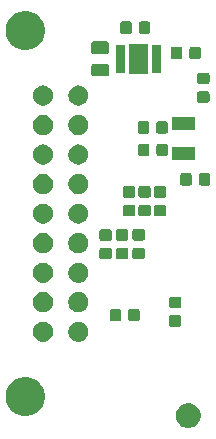
<source format=gbr>
G04 #@! TF.GenerationSoftware,KiCad,Pcbnew,(5.1.5)-3*
G04 #@! TF.CreationDate,2020-06-09T15:55:59-06:00*
G04 #@! TF.ProjectId,CruiseController,43727569-7365-4436-9f6e-74726f6c6c65,rev?*
G04 #@! TF.SameCoordinates,Original*
G04 #@! TF.FileFunction,Soldermask,Top*
G04 #@! TF.FilePolarity,Negative*
%FSLAX46Y46*%
G04 Gerber Fmt 4.6, Leading zero omitted, Abs format (unit mm)*
G04 Created by KiCad (PCBNEW (5.1.5)-3) date 2020-06-09 15:55:59*
%MOMM*%
%LPD*%
G04 APERTURE LIST*
%ADD10C,0.100000*%
G04 APERTURE END LIST*
D10*
G36*
X119984734Y-105065156D02*
G01*
X120106568Y-105089390D01*
X120236558Y-105143234D01*
X120297835Y-105168616D01*
X120297836Y-105168617D01*
X120467588Y-105282041D01*
X120469973Y-105283635D01*
X120616365Y-105430027D01*
X120731384Y-105602165D01*
X120756766Y-105663442D01*
X120810610Y-105793432D01*
X120851000Y-105996488D01*
X120851000Y-106203512D01*
X120810610Y-106406568D01*
X120756766Y-106536558D01*
X120731384Y-106597835D01*
X120616365Y-106769973D01*
X120469973Y-106916365D01*
X120297835Y-107031384D01*
X120236558Y-107056766D01*
X120106568Y-107110610D01*
X119984734Y-107134844D01*
X119903514Y-107151000D01*
X119696486Y-107151000D01*
X119615266Y-107134844D01*
X119493432Y-107110610D01*
X119363442Y-107056766D01*
X119302165Y-107031384D01*
X119130027Y-106916365D01*
X118983635Y-106769973D01*
X118868616Y-106597835D01*
X118843234Y-106536558D01*
X118789390Y-106406568D01*
X118749000Y-106203512D01*
X118749000Y-105996488D01*
X118789390Y-105793432D01*
X118843234Y-105663442D01*
X118868616Y-105602165D01*
X118983635Y-105430027D01*
X119130027Y-105283635D01*
X119132413Y-105282041D01*
X119302164Y-105168617D01*
X119302165Y-105168616D01*
X119363442Y-105143234D01*
X119493432Y-105089390D01*
X119615266Y-105065156D01*
X119696486Y-105049000D01*
X119903514Y-105049000D01*
X119984734Y-105065156D01*
G37*
G36*
X106481579Y-102912447D02*
G01*
X106782042Y-103036903D01*
X107052451Y-103217585D01*
X107282415Y-103447549D01*
X107463097Y-103717958D01*
X107587553Y-104018421D01*
X107651000Y-104337391D01*
X107651000Y-104662609D01*
X107587553Y-104981579D01*
X107463097Y-105282042D01*
X107282415Y-105552451D01*
X107052451Y-105782415D01*
X106782042Y-105963097D01*
X106481579Y-106087553D01*
X106162609Y-106151000D01*
X105837391Y-106151000D01*
X105518421Y-106087553D01*
X105217958Y-105963097D01*
X104947549Y-105782415D01*
X104717585Y-105552451D01*
X104536903Y-105282042D01*
X104412447Y-104981579D01*
X104349000Y-104662609D01*
X104349000Y-104337391D01*
X104412447Y-104018421D01*
X104536903Y-103717958D01*
X104717585Y-103447549D01*
X104947549Y-103217585D01*
X105217958Y-103036903D01*
X105518421Y-102912447D01*
X105837391Y-102849000D01*
X106162609Y-102849000D01*
X106481579Y-102912447D01*
G37*
G36*
X107649581Y-98162081D02*
G01*
X107748228Y-98181703D01*
X107903100Y-98245853D01*
X108042481Y-98338985D01*
X108161015Y-98457519D01*
X108254147Y-98596900D01*
X108318297Y-98751772D01*
X108351000Y-98916184D01*
X108351000Y-99083816D01*
X108318297Y-99248228D01*
X108254147Y-99403100D01*
X108161015Y-99542481D01*
X108042481Y-99661015D01*
X107903100Y-99754147D01*
X107748228Y-99818297D01*
X107649581Y-99837919D01*
X107583818Y-99851000D01*
X107416182Y-99851000D01*
X107350419Y-99837919D01*
X107251772Y-99818297D01*
X107096900Y-99754147D01*
X106957519Y-99661015D01*
X106838985Y-99542481D01*
X106745853Y-99403100D01*
X106681703Y-99248228D01*
X106649000Y-99083816D01*
X106649000Y-98916184D01*
X106681703Y-98751772D01*
X106745853Y-98596900D01*
X106838985Y-98457519D01*
X106957519Y-98338985D01*
X107096900Y-98245853D01*
X107251772Y-98181703D01*
X107350419Y-98162081D01*
X107416182Y-98149000D01*
X107583818Y-98149000D01*
X107649581Y-98162081D01*
G37*
G36*
X110649581Y-98162081D02*
G01*
X110748228Y-98181703D01*
X110903100Y-98245853D01*
X111042481Y-98338985D01*
X111161015Y-98457519D01*
X111254147Y-98596900D01*
X111318297Y-98751772D01*
X111351000Y-98916184D01*
X111351000Y-99083816D01*
X111318297Y-99248228D01*
X111254147Y-99403100D01*
X111161015Y-99542481D01*
X111042481Y-99661015D01*
X110903100Y-99754147D01*
X110748228Y-99818297D01*
X110649581Y-99837919D01*
X110583818Y-99851000D01*
X110416182Y-99851000D01*
X110350419Y-99837919D01*
X110251772Y-99818297D01*
X110096900Y-99754147D01*
X109957519Y-99661015D01*
X109838985Y-99542481D01*
X109745853Y-99403100D01*
X109681703Y-99248228D01*
X109649000Y-99083816D01*
X109649000Y-98916184D01*
X109681703Y-98751772D01*
X109745853Y-98596900D01*
X109838985Y-98457519D01*
X109957519Y-98338985D01*
X110096900Y-98245853D01*
X110251772Y-98181703D01*
X110350419Y-98162081D01*
X110416182Y-98149000D01*
X110583818Y-98149000D01*
X110649581Y-98162081D01*
G37*
G36*
X119069552Y-97603207D02*
G01*
X119105898Y-97614232D01*
X119139401Y-97632140D01*
X119168763Y-97656237D01*
X119192860Y-97685599D01*
X119210768Y-97719102D01*
X119221793Y-97755448D01*
X119226000Y-97798158D01*
X119226000Y-98376842D01*
X119221793Y-98419552D01*
X119210768Y-98455898D01*
X119192860Y-98489401D01*
X119168763Y-98518763D01*
X119139401Y-98542860D01*
X119105898Y-98560768D01*
X119069552Y-98571793D01*
X119026842Y-98576000D01*
X118373158Y-98576000D01*
X118330448Y-98571793D01*
X118294102Y-98560768D01*
X118260599Y-98542860D01*
X118231237Y-98518763D01*
X118207140Y-98489401D01*
X118189232Y-98455898D01*
X118178207Y-98419552D01*
X118174000Y-98376842D01*
X118174000Y-97798158D01*
X118178207Y-97755448D01*
X118189232Y-97719102D01*
X118207140Y-97685599D01*
X118231237Y-97656237D01*
X118260599Y-97632140D01*
X118294102Y-97614232D01*
X118330448Y-97603207D01*
X118373158Y-97599000D01*
X119026842Y-97599000D01*
X119069552Y-97603207D01*
G37*
G36*
X115532052Y-97078207D02*
G01*
X115568398Y-97089232D01*
X115601901Y-97107140D01*
X115631263Y-97131237D01*
X115655360Y-97160599D01*
X115673268Y-97194102D01*
X115684293Y-97230448D01*
X115688500Y-97273158D01*
X115688500Y-97926842D01*
X115684293Y-97969552D01*
X115673268Y-98005898D01*
X115655360Y-98039401D01*
X115631263Y-98068763D01*
X115601901Y-98092860D01*
X115568398Y-98110768D01*
X115532052Y-98121793D01*
X115489342Y-98126000D01*
X114910658Y-98126000D01*
X114867948Y-98121793D01*
X114831602Y-98110768D01*
X114798099Y-98092860D01*
X114768737Y-98068763D01*
X114744640Y-98039401D01*
X114726732Y-98005898D01*
X114715707Y-97969552D01*
X114711500Y-97926842D01*
X114711500Y-97273158D01*
X114715707Y-97230448D01*
X114726732Y-97194102D01*
X114744640Y-97160599D01*
X114768737Y-97131237D01*
X114798099Y-97107140D01*
X114831602Y-97089232D01*
X114867948Y-97078207D01*
X114910658Y-97074000D01*
X115489342Y-97074000D01*
X115532052Y-97078207D01*
G37*
G36*
X113957052Y-97078207D02*
G01*
X113993398Y-97089232D01*
X114026901Y-97107140D01*
X114056263Y-97131237D01*
X114080360Y-97160599D01*
X114098268Y-97194102D01*
X114109293Y-97230448D01*
X114113500Y-97273158D01*
X114113500Y-97926842D01*
X114109293Y-97969552D01*
X114098268Y-98005898D01*
X114080360Y-98039401D01*
X114056263Y-98068763D01*
X114026901Y-98092860D01*
X113993398Y-98110768D01*
X113957052Y-98121793D01*
X113914342Y-98126000D01*
X113335658Y-98126000D01*
X113292948Y-98121793D01*
X113256602Y-98110768D01*
X113223099Y-98092860D01*
X113193737Y-98068763D01*
X113169640Y-98039401D01*
X113151732Y-98005898D01*
X113140707Y-97969552D01*
X113136500Y-97926842D01*
X113136500Y-97273158D01*
X113140707Y-97230448D01*
X113151732Y-97194102D01*
X113169640Y-97160599D01*
X113193737Y-97131237D01*
X113223099Y-97107140D01*
X113256602Y-97089232D01*
X113292948Y-97078207D01*
X113335658Y-97074000D01*
X113914342Y-97074000D01*
X113957052Y-97078207D01*
G37*
G36*
X110649581Y-95662081D02*
G01*
X110748228Y-95681703D01*
X110903100Y-95745853D01*
X111042481Y-95838985D01*
X111161015Y-95957519D01*
X111254147Y-96096900D01*
X111318297Y-96251772D01*
X111351000Y-96416184D01*
X111351000Y-96583816D01*
X111318297Y-96748228D01*
X111254147Y-96903100D01*
X111161015Y-97042481D01*
X111042481Y-97161015D01*
X110903100Y-97254147D01*
X110748228Y-97318297D01*
X110649581Y-97337919D01*
X110583818Y-97351000D01*
X110416182Y-97351000D01*
X110350419Y-97337919D01*
X110251772Y-97318297D01*
X110096900Y-97254147D01*
X109957519Y-97161015D01*
X109838985Y-97042481D01*
X109745853Y-96903100D01*
X109681703Y-96748228D01*
X109649000Y-96583816D01*
X109649000Y-96416184D01*
X109681703Y-96251772D01*
X109745853Y-96096900D01*
X109838985Y-95957519D01*
X109957519Y-95838985D01*
X110096900Y-95745853D01*
X110251772Y-95681703D01*
X110350419Y-95662081D01*
X110416182Y-95649000D01*
X110583818Y-95649000D01*
X110649581Y-95662081D01*
G37*
G36*
X107649581Y-95662081D02*
G01*
X107748228Y-95681703D01*
X107903100Y-95745853D01*
X108042481Y-95838985D01*
X108161015Y-95957519D01*
X108254147Y-96096900D01*
X108318297Y-96251772D01*
X108351000Y-96416184D01*
X108351000Y-96583816D01*
X108318297Y-96748228D01*
X108254147Y-96903100D01*
X108161015Y-97042481D01*
X108042481Y-97161015D01*
X107903100Y-97254147D01*
X107748228Y-97318297D01*
X107649581Y-97337919D01*
X107583818Y-97351000D01*
X107416182Y-97351000D01*
X107350419Y-97337919D01*
X107251772Y-97318297D01*
X107096900Y-97254147D01*
X106957519Y-97161015D01*
X106838985Y-97042481D01*
X106745853Y-96903100D01*
X106681703Y-96748228D01*
X106649000Y-96583816D01*
X106649000Y-96416184D01*
X106681703Y-96251772D01*
X106745853Y-96096900D01*
X106838985Y-95957519D01*
X106957519Y-95838985D01*
X107096900Y-95745853D01*
X107251772Y-95681703D01*
X107350419Y-95662081D01*
X107416182Y-95649000D01*
X107583818Y-95649000D01*
X107649581Y-95662081D01*
G37*
G36*
X119069552Y-96028207D02*
G01*
X119105898Y-96039232D01*
X119139401Y-96057140D01*
X119168763Y-96081237D01*
X119192860Y-96110599D01*
X119210768Y-96144102D01*
X119221793Y-96180448D01*
X119226000Y-96223158D01*
X119226000Y-96801842D01*
X119221793Y-96844552D01*
X119210768Y-96880898D01*
X119192860Y-96914401D01*
X119168763Y-96943763D01*
X119139401Y-96967860D01*
X119105898Y-96985768D01*
X119069552Y-96996793D01*
X119026842Y-97001000D01*
X118373158Y-97001000D01*
X118330448Y-96996793D01*
X118294102Y-96985768D01*
X118260599Y-96967860D01*
X118231237Y-96943763D01*
X118207140Y-96914401D01*
X118189232Y-96880898D01*
X118178207Y-96844552D01*
X118174000Y-96801842D01*
X118174000Y-96223158D01*
X118178207Y-96180448D01*
X118189232Y-96144102D01*
X118207140Y-96110599D01*
X118231237Y-96081237D01*
X118260599Y-96057140D01*
X118294102Y-96039232D01*
X118330448Y-96028207D01*
X118373158Y-96024000D01*
X119026842Y-96024000D01*
X119069552Y-96028207D01*
G37*
G36*
X107649581Y-93162081D02*
G01*
X107748228Y-93181703D01*
X107903100Y-93245853D01*
X108042481Y-93338985D01*
X108161015Y-93457519D01*
X108254147Y-93596900D01*
X108318297Y-93751772D01*
X108351000Y-93916184D01*
X108351000Y-94083816D01*
X108318297Y-94248228D01*
X108254147Y-94403100D01*
X108161015Y-94542481D01*
X108042481Y-94661015D01*
X107903100Y-94754147D01*
X107748228Y-94818297D01*
X107649581Y-94837919D01*
X107583818Y-94851000D01*
X107416182Y-94851000D01*
X107350419Y-94837919D01*
X107251772Y-94818297D01*
X107096900Y-94754147D01*
X106957519Y-94661015D01*
X106838985Y-94542481D01*
X106745853Y-94403100D01*
X106681703Y-94248228D01*
X106649000Y-94083816D01*
X106649000Y-93916184D01*
X106681703Y-93751772D01*
X106745853Y-93596900D01*
X106838985Y-93457519D01*
X106957519Y-93338985D01*
X107096900Y-93245853D01*
X107251772Y-93181703D01*
X107350419Y-93162081D01*
X107416182Y-93149000D01*
X107583818Y-93149000D01*
X107649581Y-93162081D01*
G37*
G36*
X110649581Y-93162081D02*
G01*
X110748228Y-93181703D01*
X110903100Y-93245853D01*
X111042481Y-93338985D01*
X111161015Y-93457519D01*
X111254147Y-93596900D01*
X111318297Y-93751772D01*
X111351000Y-93916184D01*
X111351000Y-94083816D01*
X111318297Y-94248228D01*
X111254147Y-94403100D01*
X111161015Y-94542481D01*
X111042481Y-94661015D01*
X110903100Y-94754147D01*
X110748228Y-94818297D01*
X110649581Y-94837919D01*
X110583818Y-94851000D01*
X110416182Y-94851000D01*
X110350419Y-94837919D01*
X110251772Y-94818297D01*
X110096900Y-94754147D01*
X109957519Y-94661015D01*
X109838985Y-94542481D01*
X109745853Y-94403100D01*
X109681703Y-94248228D01*
X109649000Y-94083816D01*
X109649000Y-93916184D01*
X109681703Y-93751772D01*
X109745853Y-93596900D01*
X109838985Y-93457519D01*
X109957519Y-93338985D01*
X110096900Y-93245853D01*
X110251772Y-93181703D01*
X110350419Y-93162081D01*
X110416182Y-93149000D01*
X110583818Y-93149000D01*
X110649581Y-93162081D01*
G37*
G36*
X113169552Y-91903207D02*
G01*
X113205898Y-91914232D01*
X113239401Y-91932140D01*
X113268763Y-91956237D01*
X113292860Y-91985599D01*
X113310768Y-92019102D01*
X113321793Y-92055448D01*
X113326000Y-92098158D01*
X113326000Y-92676842D01*
X113321793Y-92719552D01*
X113310768Y-92755898D01*
X113292860Y-92789401D01*
X113268763Y-92818763D01*
X113239401Y-92842860D01*
X113205898Y-92860768D01*
X113169552Y-92871793D01*
X113126842Y-92876000D01*
X112473158Y-92876000D01*
X112430448Y-92871793D01*
X112394102Y-92860768D01*
X112360599Y-92842860D01*
X112331237Y-92818763D01*
X112307140Y-92789401D01*
X112289232Y-92755898D01*
X112278207Y-92719552D01*
X112274000Y-92676842D01*
X112274000Y-92098158D01*
X112278207Y-92055448D01*
X112289232Y-92019102D01*
X112307140Y-91985599D01*
X112331237Y-91956237D01*
X112360599Y-91932140D01*
X112394102Y-91914232D01*
X112430448Y-91903207D01*
X112473158Y-91899000D01*
X113126842Y-91899000D01*
X113169552Y-91903207D01*
G37*
G36*
X114569552Y-91890707D02*
G01*
X114605898Y-91901732D01*
X114639401Y-91919640D01*
X114668763Y-91943737D01*
X114692860Y-91973099D01*
X114710768Y-92006602D01*
X114721793Y-92042948D01*
X114726000Y-92085658D01*
X114726000Y-92664342D01*
X114721793Y-92707052D01*
X114710768Y-92743398D01*
X114692860Y-92776901D01*
X114668763Y-92806263D01*
X114639401Y-92830360D01*
X114605898Y-92848268D01*
X114569552Y-92859293D01*
X114526842Y-92863500D01*
X113873158Y-92863500D01*
X113830448Y-92859293D01*
X113794102Y-92848268D01*
X113760599Y-92830360D01*
X113731237Y-92806263D01*
X113707140Y-92776901D01*
X113689232Y-92743398D01*
X113678207Y-92707052D01*
X113674000Y-92664342D01*
X113674000Y-92085658D01*
X113678207Y-92042948D01*
X113689232Y-92006602D01*
X113707140Y-91973099D01*
X113731237Y-91943737D01*
X113760599Y-91919640D01*
X113794102Y-91901732D01*
X113830448Y-91890707D01*
X113873158Y-91886500D01*
X114526842Y-91886500D01*
X114569552Y-91890707D01*
G37*
G36*
X115969552Y-91890707D02*
G01*
X116005898Y-91901732D01*
X116039401Y-91919640D01*
X116068763Y-91943737D01*
X116092860Y-91973099D01*
X116110768Y-92006602D01*
X116121793Y-92042948D01*
X116126000Y-92085658D01*
X116126000Y-92664342D01*
X116121793Y-92707052D01*
X116110768Y-92743398D01*
X116092860Y-92776901D01*
X116068763Y-92806263D01*
X116039401Y-92830360D01*
X116005898Y-92848268D01*
X115969552Y-92859293D01*
X115926842Y-92863500D01*
X115273158Y-92863500D01*
X115230448Y-92859293D01*
X115194102Y-92848268D01*
X115160599Y-92830360D01*
X115131237Y-92806263D01*
X115107140Y-92776901D01*
X115089232Y-92743398D01*
X115078207Y-92707052D01*
X115074000Y-92664342D01*
X115074000Y-92085658D01*
X115078207Y-92042948D01*
X115089232Y-92006602D01*
X115107140Y-91973099D01*
X115131237Y-91943737D01*
X115160599Y-91919640D01*
X115194102Y-91901732D01*
X115230448Y-91890707D01*
X115273158Y-91886500D01*
X115926842Y-91886500D01*
X115969552Y-91890707D01*
G37*
G36*
X107649581Y-90662081D02*
G01*
X107748228Y-90681703D01*
X107903100Y-90745853D01*
X108042481Y-90838985D01*
X108161015Y-90957519D01*
X108254147Y-91096900D01*
X108318297Y-91251772D01*
X108351000Y-91416184D01*
X108351000Y-91583816D01*
X108318297Y-91748228D01*
X108254147Y-91903100D01*
X108161015Y-92042481D01*
X108042481Y-92161015D01*
X107903100Y-92254147D01*
X107748228Y-92318297D01*
X107649581Y-92337919D01*
X107583818Y-92351000D01*
X107416182Y-92351000D01*
X107350419Y-92337919D01*
X107251772Y-92318297D01*
X107096900Y-92254147D01*
X106957519Y-92161015D01*
X106838985Y-92042481D01*
X106745853Y-91903100D01*
X106681703Y-91748228D01*
X106649000Y-91583816D01*
X106649000Y-91416184D01*
X106681703Y-91251772D01*
X106745853Y-91096900D01*
X106838985Y-90957519D01*
X106957519Y-90838985D01*
X107096900Y-90745853D01*
X107251772Y-90681703D01*
X107350419Y-90662081D01*
X107416182Y-90649000D01*
X107583818Y-90649000D01*
X107649581Y-90662081D01*
G37*
G36*
X110649581Y-90662081D02*
G01*
X110748228Y-90681703D01*
X110903100Y-90745853D01*
X111042481Y-90838985D01*
X111161015Y-90957519D01*
X111254147Y-91096900D01*
X111318297Y-91251772D01*
X111351000Y-91416184D01*
X111351000Y-91583816D01*
X111318297Y-91748228D01*
X111254147Y-91903100D01*
X111161015Y-92042481D01*
X111042481Y-92161015D01*
X110903100Y-92254147D01*
X110748228Y-92318297D01*
X110649581Y-92337919D01*
X110583818Y-92351000D01*
X110416182Y-92351000D01*
X110350419Y-92337919D01*
X110251772Y-92318297D01*
X110096900Y-92254147D01*
X109957519Y-92161015D01*
X109838985Y-92042481D01*
X109745853Y-91903100D01*
X109681703Y-91748228D01*
X109649000Y-91583816D01*
X109649000Y-91416184D01*
X109681703Y-91251772D01*
X109745853Y-91096900D01*
X109838985Y-90957519D01*
X109957519Y-90838985D01*
X110096900Y-90745853D01*
X110251772Y-90681703D01*
X110350419Y-90662081D01*
X110416182Y-90649000D01*
X110583818Y-90649000D01*
X110649581Y-90662081D01*
G37*
G36*
X113169552Y-90328207D02*
G01*
X113205898Y-90339232D01*
X113239401Y-90357140D01*
X113268763Y-90381237D01*
X113292860Y-90410599D01*
X113310768Y-90444102D01*
X113321793Y-90480448D01*
X113326000Y-90523158D01*
X113326000Y-91101842D01*
X113321793Y-91144552D01*
X113310768Y-91180898D01*
X113292860Y-91214401D01*
X113268763Y-91243763D01*
X113239401Y-91267860D01*
X113205898Y-91285768D01*
X113169552Y-91296793D01*
X113126842Y-91301000D01*
X112473158Y-91301000D01*
X112430448Y-91296793D01*
X112394102Y-91285768D01*
X112360599Y-91267860D01*
X112331237Y-91243763D01*
X112307140Y-91214401D01*
X112289232Y-91180898D01*
X112278207Y-91144552D01*
X112274000Y-91101842D01*
X112274000Y-90523158D01*
X112278207Y-90480448D01*
X112289232Y-90444102D01*
X112307140Y-90410599D01*
X112331237Y-90381237D01*
X112360599Y-90357140D01*
X112394102Y-90339232D01*
X112430448Y-90328207D01*
X112473158Y-90324000D01*
X113126842Y-90324000D01*
X113169552Y-90328207D01*
G37*
G36*
X115969552Y-90315707D02*
G01*
X116005898Y-90326732D01*
X116039401Y-90344640D01*
X116068763Y-90368737D01*
X116092860Y-90398099D01*
X116110768Y-90431602D01*
X116121793Y-90467948D01*
X116126000Y-90510658D01*
X116126000Y-91089342D01*
X116121793Y-91132052D01*
X116110768Y-91168398D01*
X116092860Y-91201901D01*
X116068763Y-91231263D01*
X116039401Y-91255360D01*
X116005898Y-91273268D01*
X115969552Y-91284293D01*
X115926842Y-91288500D01*
X115273158Y-91288500D01*
X115230448Y-91284293D01*
X115194102Y-91273268D01*
X115160599Y-91255360D01*
X115131237Y-91231263D01*
X115107140Y-91201901D01*
X115089232Y-91168398D01*
X115078207Y-91132052D01*
X115074000Y-91089342D01*
X115074000Y-90510658D01*
X115078207Y-90467948D01*
X115089232Y-90431602D01*
X115107140Y-90398099D01*
X115131237Y-90368737D01*
X115160599Y-90344640D01*
X115194102Y-90326732D01*
X115230448Y-90315707D01*
X115273158Y-90311500D01*
X115926842Y-90311500D01*
X115969552Y-90315707D01*
G37*
G36*
X114569552Y-90315707D02*
G01*
X114605898Y-90326732D01*
X114639401Y-90344640D01*
X114668763Y-90368737D01*
X114692860Y-90398099D01*
X114710768Y-90431602D01*
X114721793Y-90467948D01*
X114726000Y-90510658D01*
X114726000Y-91089342D01*
X114721793Y-91132052D01*
X114710768Y-91168398D01*
X114692860Y-91201901D01*
X114668763Y-91231263D01*
X114639401Y-91255360D01*
X114605898Y-91273268D01*
X114569552Y-91284293D01*
X114526842Y-91288500D01*
X113873158Y-91288500D01*
X113830448Y-91284293D01*
X113794102Y-91273268D01*
X113760599Y-91255360D01*
X113731237Y-91231263D01*
X113707140Y-91201901D01*
X113689232Y-91168398D01*
X113678207Y-91132052D01*
X113674000Y-91089342D01*
X113674000Y-90510658D01*
X113678207Y-90467948D01*
X113689232Y-90431602D01*
X113707140Y-90398099D01*
X113731237Y-90368737D01*
X113760599Y-90344640D01*
X113794102Y-90326732D01*
X113830448Y-90315707D01*
X113873158Y-90311500D01*
X114526842Y-90311500D01*
X114569552Y-90315707D01*
G37*
G36*
X110649581Y-88162081D02*
G01*
X110748228Y-88181703D01*
X110903100Y-88245853D01*
X111042481Y-88338985D01*
X111161015Y-88457519D01*
X111254147Y-88596900D01*
X111318297Y-88751772D01*
X111337919Y-88850419D01*
X111351000Y-88916182D01*
X111351000Y-89083818D01*
X111341824Y-89129948D01*
X111318297Y-89248228D01*
X111254147Y-89403100D01*
X111161015Y-89542481D01*
X111042481Y-89661015D01*
X110903100Y-89754147D01*
X110748228Y-89818297D01*
X110649581Y-89837919D01*
X110583818Y-89851000D01*
X110416182Y-89851000D01*
X110350419Y-89837919D01*
X110251772Y-89818297D01*
X110096900Y-89754147D01*
X109957519Y-89661015D01*
X109838985Y-89542481D01*
X109745853Y-89403100D01*
X109681703Y-89248228D01*
X109658176Y-89129948D01*
X109649000Y-89083818D01*
X109649000Y-88916182D01*
X109662081Y-88850419D01*
X109681703Y-88751772D01*
X109745853Y-88596900D01*
X109838985Y-88457519D01*
X109957519Y-88338985D01*
X110096900Y-88245853D01*
X110251772Y-88181703D01*
X110350419Y-88162081D01*
X110416182Y-88149000D01*
X110583818Y-88149000D01*
X110649581Y-88162081D01*
G37*
G36*
X107649581Y-88162081D02*
G01*
X107748228Y-88181703D01*
X107903100Y-88245853D01*
X108042481Y-88338985D01*
X108161015Y-88457519D01*
X108254147Y-88596900D01*
X108318297Y-88751772D01*
X108337919Y-88850419D01*
X108351000Y-88916182D01*
X108351000Y-89083818D01*
X108341824Y-89129948D01*
X108318297Y-89248228D01*
X108254147Y-89403100D01*
X108161015Y-89542481D01*
X108042481Y-89661015D01*
X107903100Y-89754147D01*
X107748228Y-89818297D01*
X107649581Y-89837919D01*
X107583818Y-89851000D01*
X107416182Y-89851000D01*
X107350419Y-89837919D01*
X107251772Y-89818297D01*
X107096900Y-89754147D01*
X106957519Y-89661015D01*
X106838985Y-89542481D01*
X106745853Y-89403100D01*
X106681703Y-89248228D01*
X106658176Y-89129948D01*
X106649000Y-89083818D01*
X106649000Y-88916182D01*
X106662081Y-88850419D01*
X106681703Y-88751772D01*
X106745853Y-88596900D01*
X106838985Y-88457519D01*
X106957519Y-88338985D01*
X107096900Y-88245853D01*
X107251772Y-88181703D01*
X107350419Y-88162081D01*
X107416182Y-88149000D01*
X107583818Y-88149000D01*
X107649581Y-88162081D01*
G37*
G36*
X117769552Y-88265707D02*
G01*
X117805898Y-88276732D01*
X117839401Y-88294640D01*
X117868763Y-88318737D01*
X117892860Y-88348099D01*
X117910768Y-88381602D01*
X117921793Y-88417948D01*
X117926000Y-88460658D01*
X117926000Y-89039342D01*
X117921793Y-89082052D01*
X117910768Y-89118398D01*
X117892860Y-89151901D01*
X117868763Y-89181263D01*
X117839401Y-89205360D01*
X117805898Y-89223268D01*
X117769552Y-89234293D01*
X117726842Y-89238500D01*
X117073158Y-89238500D01*
X117030448Y-89234293D01*
X116994102Y-89223268D01*
X116960599Y-89205360D01*
X116931237Y-89181263D01*
X116907140Y-89151901D01*
X116889232Y-89118398D01*
X116878207Y-89082052D01*
X116874000Y-89039342D01*
X116874000Y-88460658D01*
X116878207Y-88417948D01*
X116889232Y-88381602D01*
X116907140Y-88348099D01*
X116931237Y-88318737D01*
X116960599Y-88294640D01*
X116994102Y-88276732D01*
X117030448Y-88265707D01*
X117073158Y-88261500D01*
X117726842Y-88261500D01*
X117769552Y-88265707D01*
G37*
G36*
X115169552Y-88253207D02*
G01*
X115205898Y-88264232D01*
X115239401Y-88282140D01*
X115268763Y-88306237D01*
X115292860Y-88335599D01*
X115310768Y-88369102D01*
X115321793Y-88405448D01*
X115326000Y-88448158D01*
X115326000Y-89026842D01*
X115321793Y-89069552D01*
X115310768Y-89105898D01*
X115292860Y-89139401D01*
X115268763Y-89168763D01*
X115239401Y-89192860D01*
X115205898Y-89210768D01*
X115169552Y-89221793D01*
X115126842Y-89226000D01*
X114473158Y-89226000D01*
X114430448Y-89221793D01*
X114394102Y-89210768D01*
X114360599Y-89192860D01*
X114331237Y-89168763D01*
X114307140Y-89139401D01*
X114289232Y-89105898D01*
X114278207Y-89069552D01*
X114274000Y-89026842D01*
X114274000Y-88448158D01*
X114278207Y-88405448D01*
X114289232Y-88369102D01*
X114307140Y-88335599D01*
X114331237Y-88306237D01*
X114360599Y-88282140D01*
X114394102Y-88264232D01*
X114430448Y-88253207D01*
X114473158Y-88249000D01*
X115126842Y-88249000D01*
X115169552Y-88253207D01*
G37*
G36*
X116469552Y-88253207D02*
G01*
X116505898Y-88264232D01*
X116539401Y-88282140D01*
X116568763Y-88306237D01*
X116592860Y-88335599D01*
X116610768Y-88369102D01*
X116621793Y-88405448D01*
X116626000Y-88448158D01*
X116626000Y-89026842D01*
X116621793Y-89069552D01*
X116610768Y-89105898D01*
X116592860Y-89139401D01*
X116568763Y-89168763D01*
X116539401Y-89192860D01*
X116505898Y-89210768D01*
X116469552Y-89221793D01*
X116426842Y-89226000D01*
X115773158Y-89226000D01*
X115730448Y-89221793D01*
X115694102Y-89210768D01*
X115660599Y-89192860D01*
X115631237Y-89168763D01*
X115607140Y-89139401D01*
X115589232Y-89105898D01*
X115578207Y-89069552D01*
X115574000Y-89026842D01*
X115574000Y-88448158D01*
X115578207Y-88405448D01*
X115589232Y-88369102D01*
X115607140Y-88335599D01*
X115631237Y-88306237D01*
X115660599Y-88282140D01*
X115694102Y-88264232D01*
X115730448Y-88253207D01*
X115773158Y-88249000D01*
X116426842Y-88249000D01*
X116469552Y-88253207D01*
G37*
G36*
X117769552Y-86690707D02*
G01*
X117805898Y-86701732D01*
X117839401Y-86719640D01*
X117868763Y-86743737D01*
X117892860Y-86773099D01*
X117910768Y-86806602D01*
X117921793Y-86842948D01*
X117926000Y-86885658D01*
X117926000Y-87464342D01*
X117921793Y-87507052D01*
X117910768Y-87543398D01*
X117892860Y-87576901D01*
X117868763Y-87606263D01*
X117839401Y-87630360D01*
X117805898Y-87648268D01*
X117769552Y-87659293D01*
X117726842Y-87663500D01*
X117073158Y-87663500D01*
X117030448Y-87659293D01*
X116994102Y-87648268D01*
X116960599Y-87630360D01*
X116931237Y-87606263D01*
X116907140Y-87576901D01*
X116889232Y-87543398D01*
X116878207Y-87507052D01*
X116874000Y-87464342D01*
X116874000Y-86885658D01*
X116878207Y-86842948D01*
X116889232Y-86806602D01*
X116907140Y-86773099D01*
X116931237Y-86743737D01*
X116960599Y-86719640D01*
X116994102Y-86701732D01*
X117030448Y-86690707D01*
X117073158Y-86686500D01*
X117726842Y-86686500D01*
X117769552Y-86690707D01*
G37*
G36*
X115169552Y-86678207D02*
G01*
X115205898Y-86689232D01*
X115239401Y-86707140D01*
X115268763Y-86731237D01*
X115292860Y-86760599D01*
X115310768Y-86794102D01*
X115321793Y-86830448D01*
X115326000Y-86873158D01*
X115326000Y-87451842D01*
X115321793Y-87494552D01*
X115310768Y-87530898D01*
X115292860Y-87564401D01*
X115268763Y-87593763D01*
X115239401Y-87617860D01*
X115205898Y-87635768D01*
X115169552Y-87646793D01*
X115126842Y-87651000D01*
X114473158Y-87651000D01*
X114430448Y-87646793D01*
X114394102Y-87635768D01*
X114360599Y-87617860D01*
X114331237Y-87593763D01*
X114307140Y-87564401D01*
X114289232Y-87530898D01*
X114278207Y-87494552D01*
X114274000Y-87451842D01*
X114274000Y-86873158D01*
X114278207Y-86830448D01*
X114289232Y-86794102D01*
X114307140Y-86760599D01*
X114331237Y-86731237D01*
X114360599Y-86707140D01*
X114394102Y-86689232D01*
X114430448Y-86678207D01*
X114473158Y-86674000D01*
X115126842Y-86674000D01*
X115169552Y-86678207D01*
G37*
G36*
X116469552Y-86678207D02*
G01*
X116505898Y-86689232D01*
X116539401Y-86707140D01*
X116568763Y-86731237D01*
X116592860Y-86760599D01*
X116610768Y-86794102D01*
X116621793Y-86830448D01*
X116626000Y-86873158D01*
X116626000Y-87451842D01*
X116621793Y-87494552D01*
X116610768Y-87530898D01*
X116592860Y-87564401D01*
X116568763Y-87593763D01*
X116539401Y-87617860D01*
X116505898Y-87635768D01*
X116469552Y-87646793D01*
X116426842Y-87651000D01*
X115773158Y-87651000D01*
X115730448Y-87646793D01*
X115694102Y-87635768D01*
X115660599Y-87617860D01*
X115631237Y-87593763D01*
X115607140Y-87564401D01*
X115589232Y-87530898D01*
X115578207Y-87494552D01*
X115574000Y-87451842D01*
X115574000Y-86873158D01*
X115578207Y-86830448D01*
X115589232Y-86794102D01*
X115607140Y-86760599D01*
X115631237Y-86731237D01*
X115660599Y-86707140D01*
X115694102Y-86689232D01*
X115730448Y-86678207D01*
X115773158Y-86674000D01*
X116426842Y-86674000D01*
X116469552Y-86678207D01*
G37*
G36*
X107642129Y-85660599D02*
G01*
X107748228Y-85681703D01*
X107903100Y-85745853D01*
X108042481Y-85838985D01*
X108161015Y-85957519D01*
X108254147Y-86096900D01*
X108318297Y-86251772D01*
X108337919Y-86350419D01*
X108351000Y-86416182D01*
X108351000Y-86583818D01*
X108345639Y-86610768D01*
X108318297Y-86748228D01*
X108254147Y-86903100D01*
X108161015Y-87042481D01*
X108042481Y-87161015D01*
X107903100Y-87254147D01*
X107748228Y-87318297D01*
X107649581Y-87337919D01*
X107583818Y-87351000D01*
X107416182Y-87351000D01*
X107350419Y-87337919D01*
X107251772Y-87318297D01*
X107096900Y-87254147D01*
X106957519Y-87161015D01*
X106838985Y-87042481D01*
X106745853Y-86903100D01*
X106681703Y-86748228D01*
X106654361Y-86610768D01*
X106649000Y-86583818D01*
X106649000Y-86416182D01*
X106662081Y-86350419D01*
X106681703Y-86251772D01*
X106745853Y-86096900D01*
X106838985Y-85957519D01*
X106957519Y-85838985D01*
X107096900Y-85745853D01*
X107251772Y-85681703D01*
X107357871Y-85660599D01*
X107416182Y-85649000D01*
X107583818Y-85649000D01*
X107642129Y-85660599D01*
G37*
G36*
X110642129Y-85660599D02*
G01*
X110748228Y-85681703D01*
X110903100Y-85745853D01*
X111042481Y-85838985D01*
X111161015Y-85957519D01*
X111254147Y-86096900D01*
X111318297Y-86251772D01*
X111337919Y-86350419D01*
X111351000Y-86416182D01*
X111351000Y-86583818D01*
X111345639Y-86610768D01*
X111318297Y-86748228D01*
X111254147Y-86903100D01*
X111161015Y-87042481D01*
X111042481Y-87161015D01*
X110903100Y-87254147D01*
X110748228Y-87318297D01*
X110649581Y-87337919D01*
X110583818Y-87351000D01*
X110416182Y-87351000D01*
X110350419Y-87337919D01*
X110251772Y-87318297D01*
X110096900Y-87254147D01*
X109957519Y-87161015D01*
X109838985Y-87042481D01*
X109745853Y-86903100D01*
X109681703Y-86748228D01*
X109654361Y-86610768D01*
X109649000Y-86583818D01*
X109649000Y-86416182D01*
X109662081Y-86350419D01*
X109681703Y-86251772D01*
X109745853Y-86096900D01*
X109838985Y-85957519D01*
X109957519Y-85838985D01*
X110096900Y-85745853D01*
X110251772Y-85681703D01*
X110357871Y-85660599D01*
X110416182Y-85649000D01*
X110583818Y-85649000D01*
X110642129Y-85660599D01*
G37*
G36*
X121519552Y-85578207D02*
G01*
X121555898Y-85589232D01*
X121589401Y-85607140D01*
X121618763Y-85631237D01*
X121642860Y-85660599D01*
X121660768Y-85694102D01*
X121671793Y-85730448D01*
X121676000Y-85773158D01*
X121676000Y-86426842D01*
X121671793Y-86469552D01*
X121660768Y-86505898D01*
X121642860Y-86539401D01*
X121618763Y-86568763D01*
X121589401Y-86592860D01*
X121555898Y-86610768D01*
X121519552Y-86621793D01*
X121476842Y-86626000D01*
X120898158Y-86626000D01*
X120855448Y-86621793D01*
X120819102Y-86610768D01*
X120785599Y-86592860D01*
X120756237Y-86568763D01*
X120732140Y-86539401D01*
X120714232Y-86505898D01*
X120703207Y-86469552D01*
X120699000Y-86426842D01*
X120699000Y-85773158D01*
X120703207Y-85730448D01*
X120714232Y-85694102D01*
X120732140Y-85660599D01*
X120756237Y-85631237D01*
X120785599Y-85607140D01*
X120819102Y-85589232D01*
X120855448Y-85578207D01*
X120898158Y-85574000D01*
X121476842Y-85574000D01*
X121519552Y-85578207D01*
G37*
G36*
X119944552Y-85578207D02*
G01*
X119980898Y-85589232D01*
X120014401Y-85607140D01*
X120043763Y-85631237D01*
X120067860Y-85660599D01*
X120085768Y-85694102D01*
X120096793Y-85730448D01*
X120101000Y-85773158D01*
X120101000Y-86426842D01*
X120096793Y-86469552D01*
X120085768Y-86505898D01*
X120067860Y-86539401D01*
X120043763Y-86568763D01*
X120014401Y-86592860D01*
X119980898Y-86610768D01*
X119944552Y-86621793D01*
X119901842Y-86626000D01*
X119323158Y-86626000D01*
X119280448Y-86621793D01*
X119244102Y-86610768D01*
X119210599Y-86592860D01*
X119181237Y-86568763D01*
X119157140Y-86539401D01*
X119139232Y-86505898D01*
X119128207Y-86469552D01*
X119124000Y-86426842D01*
X119124000Y-85773158D01*
X119128207Y-85730448D01*
X119139232Y-85694102D01*
X119157140Y-85660599D01*
X119181237Y-85631237D01*
X119210599Y-85607140D01*
X119244102Y-85589232D01*
X119280448Y-85578207D01*
X119323158Y-85574000D01*
X119901842Y-85574000D01*
X119944552Y-85578207D01*
G37*
G36*
X110642129Y-83160599D02*
G01*
X110748228Y-83181703D01*
X110903100Y-83245853D01*
X111042481Y-83338985D01*
X111161015Y-83457519D01*
X111254147Y-83596900D01*
X111318297Y-83751772D01*
X111337919Y-83850419D01*
X111351000Y-83916182D01*
X111351000Y-84083818D01*
X111345639Y-84110768D01*
X111318297Y-84248228D01*
X111254147Y-84403100D01*
X111161015Y-84542481D01*
X111042481Y-84661015D01*
X110903100Y-84754147D01*
X110748228Y-84818297D01*
X110649581Y-84837919D01*
X110583818Y-84851000D01*
X110416182Y-84851000D01*
X110350419Y-84837919D01*
X110251772Y-84818297D01*
X110096900Y-84754147D01*
X109957519Y-84661015D01*
X109838985Y-84542481D01*
X109745853Y-84403100D01*
X109681703Y-84248228D01*
X109654361Y-84110768D01*
X109649000Y-84083818D01*
X109649000Y-83916182D01*
X109662081Y-83850419D01*
X109681703Y-83751772D01*
X109745853Y-83596900D01*
X109838985Y-83457519D01*
X109957519Y-83338985D01*
X110096900Y-83245853D01*
X110251772Y-83181703D01*
X110357871Y-83160599D01*
X110416182Y-83149000D01*
X110583818Y-83149000D01*
X110642129Y-83160599D01*
G37*
G36*
X107642129Y-83160599D02*
G01*
X107748228Y-83181703D01*
X107903100Y-83245853D01*
X108042481Y-83338985D01*
X108161015Y-83457519D01*
X108254147Y-83596900D01*
X108318297Y-83751772D01*
X108337919Y-83850419D01*
X108351000Y-83916182D01*
X108351000Y-84083818D01*
X108345639Y-84110768D01*
X108318297Y-84248228D01*
X108254147Y-84403100D01*
X108161015Y-84542481D01*
X108042481Y-84661015D01*
X107903100Y-84754147D01*
X107748228Y-84818297D01*
X107649581Y-84837919D01*
X107583818Y-84851000D01*
X107416182Y-84851000D01*
X107350419Y-84837919D01*
X107251772Y-84818297D01*
X107096900Y-84754147D01*
X106957519Y-84661015D01*
X106838985Y-84542481D01*
X106745853Y-84403100D01*
X106681703Y-84248228D01*
X106654361Y-84110768D01*
X106649000Y-84083818D01*
X106649000Y-83916182D01*
X106662081Y-83850419D01*
X106681703Y-83751772D01*
X106745853Y-83596900D01*
X106838985Y-83457519D01*
X106957519Y-83338985D01*
X107096900Y-83245853D01*
X107251772Y-83181703D01*
X107357871Y-83160599D01*
X107416182Y-83149000D01*
X107583818Y-83149000D01*
X107642129Y-83160599D01*
G37*
G36*
X120351000Y-84451000D02*
G01*
X118449000Y-84451000D01*
X118449000Y-83349000D01*
X120351000Y-83349000D01*
X120351000Y-84451000D01*
G37*
G36*
X117932052Y-83078207D02*
G01*
X117968398Y-83089232D01*
X118001901Y-83107140D01*
X118031263Y-83131237D01*
X118055360Y-83160599D01*
X118073268Y-83194102D01*
X118084293Y-83230448D01*
X118088500Y-83273158D01*
X118088500Y-83926842D01*
X118084293Y-83969552D01*
X118073268Y-84005898D01*
X118055360Y-84039401D01*
X118031263Y-84068763D01*
X118001901Y-84092860D01*
X117968398Y-84110768D01*
X117932052Y-84121793D01*
X117889342Y-84126000D01*
X117310658Y-84126000D01*
X117267948Y-84121793D01*
X117231602Y-84110768D01*
X117198099Y-84092860D01*
X117168737Y-84068763D01*
X117144640Y-84039401D01*
X117126732Y-84005898D01*
X117115707Y-83969552D01*
X117111500Y-83926842D01*
X117111500Y-83273158D01*
X117115707Y-83230448D01*
X117126732Y-83194102D01*
X117144640Y-83160599D01*
X117168737Y-83131237D01*
X117198099Y-83107140D01*
X117231602Y-83089232D01*
X117267948Y-83078207D01*
X117310658Y-83074000D01*
X117889342Y-83074000D01*
X117932052Y-83078207D01*
G37*
G36*
X116357052Y-83078207D02*
G01*
X116393398Y-83089232D01*
X116426901Y-83107140D01*
X116456263Y-83131237D01*
X116480360Y-83160599D01*
X116498268Y-83194102D01*
X116509293Y-83230448D01*
X116513500Y-83273158D01*
X116513500Y-83926842D01*
X116509293Y-83969552D01*
X116498268Y-84005898D01*
X116480360Y-84039401D01*
X116456263Y-84068763D01*
X116426901Y-84092860D01*
X116393398Y-84110768D01*
X116357052Y-84121793D01*
X116314342Y-84126000D01*
X115735658Y-84126000D01*
X115692948Y-84121793D01*
X115656602Y-84110768D01*
X115623099Y-84092860D01*
X115593737Y-84068763D01*
X115569640Y-84039401D01*
X115551732Y-84005898D01*
X115540707Y-83969552D01*
X115536500Y-83926842D01*
X115536500Y-83273158D01*
X115540707Y-83230448D01*
X115551732Y-83194102D01*
X115569640Y-83160599D01*
X115593737Y-83131237D01*
X115623099Y-83107140D01*
X115656602Y-83089232D01*
X115692948Y-83078207D01*
X115735658Y-83074000D01*
X116314342Y-83074000D01*
X116357052Y-83078207D01*
G37*
G36*
X107649581Y-80662081D02*
G01*
X107748228Y-80681703D01*
X107903100Y-80745853D01*
X108042481Y-80838985D01*
X108161015Y-80957519D01*
X108254147Y-81096900D01*
X108318297Y-81251772D01*
X108351000Y-81416184D01*
X108351000Y-81583816D01*
X108318297Y-81748228D01*
X108254147Y-81903100D01*
X108161015Y-82042481D01*
X108042481Y-82161015D01*
X107903100Y-82254147D01*
X107748228Y-82318297D01*
X107649581Y-82337919D01*
X107583818Y-82351000D01*
X107416182Y-82351000D01*
X107350419Y-82337919D01*
X107251772Y-82318297D01*
X107096900Y-82254147D01*
X106957519Y-82161015D01*
X106838985Y-82042481D01*
X106745853Y-81903100D01*
X106681703Y-81748228D01*
X106649000Y-81583816D01*
X106649000Y-81416184D01*
X106681703Y-81251772D01*
X106745853Y-81096900D01*
X106838985Y-80957519D01*
X106957519Y-80838985D01*
X107096900Y-80745853D01*
X107251772Y-80681703D01*
X107350419Y-80662081D01*
X107416182Y-80649000D01*
X107583818Y-80649000D01*
X107649581Y-80662081D01*
G37*
G36*
X110649581Y-80662081D02*
G01*
X110748228Y-80681703D01*
X110903100Y-80745853D01*
X111042481Y-80838985D01*
X111161015Y-80957519D01*
X111254147Y-81096900D01*
X111318297Y-81251772D01*
X111351000Y-81416184D01*
X111351000Y-81583816D01*
X111318297Y-81748228D01*
X111254147Y-81903100D01*
X111161015Y-82042481D01*
X111042481Y-82161015D01*
X110903100Y-82254147D01*
X110748228Y-82318297D01*
X110649581Y-82337919D01*
X110583818Y-82351000D01*
X110416182Y-82351000D01*
X110350419Y-82337919D01*
X110251772Y-82318297D01*
X110096900Y-82254147D01*
X109957519Y-82161015D01*
X109838985Y-82042481D01*
X109745853Y-81903100D01*
X109681703Y-81748228D01*
X109649000Y-81583816D01*
X109649000Y-81416184D01*
X109681703Y-81251772D01*
X109745853Y-81096900D01*
X109838985Y-80957519D01*
X109957519Y-80838985D01*
X110096900Y-80745853D01*
X110251772Y-80681703D01*
X110350419Y-80662081D01*
X110416182Y-80649000D01*
X110583818Y-80649000D01*
X110649581Y-80662081D01*
G37*
G36*
X117907052Y-81178207D02*
G01*
X117943398Y-81189232D01*
X117976901Y-81207140D01*
X118006263Y-81231237D01*
X118030360Y-81260599D01*
X118048268Y-81294102D01*
X118059293Y-81330448D01*
X118063500Y-81373158D01*
X118063500Y-82026842D01*
X118059293Y-82069552D01*
X118048268Y-82105898D01*
X118030360Y-82139401D01*
X118006263Y-82168763D01*
X117976901Y-82192860D01*
X117943398Y-82210768D01*
X117907052Y-82221793D01*
X117864342Y-82226000D01*
X117285658Y-82226000D01*
X117242948Y-82221793D01*
X117206602Y-82210768D01*
X117173099Y-82192860D01*
X117143737Y-82168763D01*
X117119640Y-82139401D01*
X117101732Y-82105898D01*
X117090707Y-82069552D01*
X117086500Y-82026842D01*
X117086500Y-81373158D01*
X117090707Y-81330448D01*
X117101732Y-81294102D01*
X117119640Y-81260599D01*
X117143737Y-81231237D01*
X117173099Y-81207140D01*
X117206602Y-81189232D01*
X117242948Y-81178207D01*
X117285658Y-81174000D01*
X117864342Y-81174000D01*
X117907052Y-81178207D01*
G37*
G36*
X116332052Y-81178207D02*
G01*
X116368398Y-81189232D01*
X116401901Y-81207140D01*
X116431263Y-81231237D01*
X116455360Y-81260599D01*
X116473268Y-81294102D01*
X116484293Y-81330448D01*
X116488500Y-81373158D01*
X116488500Y-82026842D01*
X116484293Y-82069552D01*
X116473268Y-82105898D01*
X116455360Y-82139401D01*
X116431263Y-82168763D01*
X116401901Y-82192860D01*
X116368398Y-82210768D01*
X116332052Y-82221793D01*
X116289342Y-82226000D01*
X115710658Y-82226000D01*
X115667948Y-82221793D01*
X115631602Y-82210768D01*
X115598099Y-82192860D01*
X115568737Y-82168763D01*
X115544640Y-82139401D01*
X115526732Y-82105898D01*
X115515707Y-82069552D01*
X115511500Y-82026842D01*
X115511500Y-81373158D01*
X115515707Y-81330448D01*
X115526732Y-81294102D01*
X115544640Y-81260599D01*
X115568737Y-81231237D01*
X115598099Y-81207140D01*
X115631602Y-81189232D01*
X115667948Y-81178207D01*
X115710658Y-81174000D01*
X116289342Y-81174000D01*
X116332052Y-81178207D01*
G37*
G36*
X120351000Y-81951000D02*
G01*
X118449000Y-81951000D01*
X118449000Y-80849000D01*
X120351000Y-80849000D01*
X120351000Y-81951000D01*
G37*
G36*
X107649581Y-78162081D02*
G01*
X107748228Y-78181703D01*
X107903100Y-78245853D01*
X108042481Y-78338985D01*
X108161015Y-78457519D01*
X108254147Y-78596900D01*
X108318297Y-78751772D01*
X108351000Y-78916184D01*
X108351000Y-79083816D01*
X108318297Y-79248228D01*
X108254147Y-79403100D01*
X108161015Y-79542481D01*
X108042481Y-79661015D01*
X107903100Y-79754147D01*
X107748228Y-79818297D01*
X107649581Y-79837919D01*
X107583818Y-79851000D01*
X107416182Y-79851000D01*
X107350419Y-79837919D01*
X107251772Y-79818297D01*
X107096900Y-79754147D01*
X106957519Y-79661015D01*
X106838985Y-79542481D01*
X106745853Y-79403100D01*
X106681703Y-79248228D01*
X106649000Y-79083816D01*
X106649000Y-78916184D01*
X106681703Y-78751772D01*
X106745853Y-78596900D01*
X106838985Y-78457519D01*
X106957519Y-78338985D01*
X107096900Y-78245853D01*
X107251772Y-78181703D01*
X107350419Y-78162081D01*
X107416182Y-78149000D01*
X107583818Y-78149000D01*
X107649581Y-78162081D01*
G37*
G36*
X110649581Y-78162081D02*
G01*
X110748228Y-78181703D01*
X110903100Y-78245853D01*
X111042481Y-78338985D01*
X111161015Y-78457519D01*
X111254147Y-78596900D01*
X111318297Y-78751772D01*
X111351000Y-78916184D01*
X111351000Y-79083816D01*
X111318297Y-79248228D01*
X111254147Y-79403100D01*
X111161015Y-79542481D01*
X111042481Y-79661015D01*
X110903100Y-79754147D01*
X110748228Y-79818297D01*
X110649581Y-79837919D01*
X110583818Y-79851000D01*
X110416182Y-79851000D01*
X110350419Y-79837919D01*
X110251772Y-79818297D01*
X110096900Y-79754147D01*
X109957519Y-79661015D01*
X109838985Y-79542481D01*
X109745853Y-79403100D01*
X109681703Y-79248228D01*
X109649000Y-79083816D01*
X109649000Y-78916184D01*
X109681703Y-78751772D01*
X109745853Y-78596900D01*
X109838985Y-78457519D01*
X109957519Y-78338985D01*
X110096900Y-78245853D01*
X110251772Y-78181703D01*
X110350419Y-78162081D01*
X110416182Y-78149000D01*
X110583818Y-78149000D01*
X110649581Y-78162081D01*
G37*
G36*
X121444552Y-78640707D02*
G01*
X121480898Y-78651732D01*
X121514401Y-78669640D01*
X121543763Y-78693737D01*
X121567860Y-78723099D01*
X121585768Y-78756602D01*
X121596793Y-78792948D01*
X121601000Y-78835658D01*
X121601000Y-79414342D01*
X121596793Y-79457052D01*
X121585768Y-79493398D01*
X121567860Y-79526901D01*
X121543763Y-79556263D01*
X121514401Y-79580360D01*
X121480898Y-79598268D01*
X121444552Y-79609293D01*
X121401842Y-79613500D01*
X120748158Y-79613500D01*
X120705448Y-79609293D01*
X120669102Y-79598268D01*
X120635599Y-79580360D01*
X120606237Y-79556263D01*
X120582140Y-79526901D01*
X120564232Y-79493398D01*
X120553207Y-79457052D01*
X120549000Y-79414342D01*
X120549000Y-78835658D01*
X120553207Y-78792948D01*
X120564232Y-78756602D01*
X120582140Y-78723099D01*
X120606237Y-78693737D01*
X120635599Y-78669640D01*
X120669102Y-78651732D01*
X120705448Y-78640707D01*
X120748158Y-78636500D01*
X121401842Y-78636500D01*
X121444552Y-78640707D01*
G37*
G36*
X121444552Y-77065707D02*
G01*
X121480898Y-77076732D01*
X121514401Y-77094640D01*
X121543763Y-77118737D01*
X121567860Y-77148099D01*
X121585768Y-77181602D01*
X121596793Y-77217948D01*
X121601000Y-77260658D01*
X121601000Y-77839342D01*
X121596793Y-77882052D01*
X121585768Y-77918398D01*
X121567860Y-77951901D01*
X121543763Y-77981263D01*
X121514401Y-78005360D01*
X121480898Y-78023268D01*
X121444552Y-78034293D01*
X121401842Y-78038500D01*
X120748158Y-78038500D01*
X120705448Y-78034293D01*
X120669102Y-78023268D01*
X120635599Y-78005360D01*
X120606237Y-77981263D01*
X120582140Y-77951901D01*
X120564232Y-77918398D01*
X120553207Y-77882052D01*
X120549000Y-77839342D01*
X120549000Y-77260658D01*
X120553207Y-77217948D01*
X120564232Y-77181602D01*
X120582140Y-77148099D01*
X120606237Y-77118737D01*
X120635599Y-77094640D01*
X120669102Y-77076732D01*
X120705448Y-77065707D01*
X120748158Y-77061500D01*
X121401842Y-77061500D01*
X121444552Y-77065707D01*
G37*
G36*
X112924432Y-76303688D02*
G01*
X112965469Y-76316136D01*
X113003288Y-76336351D01*
X113036441Y-76363559D01*
X113063649Y-76396712D01*
X113083864Y-76434531D01*
X113096312Y-76475568D01*
X113101000Y-76523167D01*
X113101000Y-77151833D01*
X113096312Y-77199432D01*
X113083864Y-77240469D01*
X113063649Y-77278288D01*
X113036441Y-77311441D01*
X113003288Y-77338649D01*
X112965469Y-77358864D01*
X112924432Y-77371312D01*
X112876833Y-77376000D01*
X111823167Y-77376000D01*
X111775568Y-77371312D01*
X111734531Y-77358864D01*
X111696712Y-77338649D01*
X111663559Y-77311441D01*
X111636351Y-77278288D01*
X111616136Y-77240469D01*
X111603688Y-77199432D01*
X111599000Y-77151833D01*
X111599000Y-76523167D01*
X111603688Y-76475568D01*
X111616136Y-76434531D01*
X111636351Y-76396712D01*
X111663559Y-76363559D01*
X111696712Y-76336351D01*
X111734531Y-76316136D01*
X111775568Y-76303688D01*
X111823167Y-76299000D01*
X112876833Y-76299000D01*
X112924432Y-76303688D01*
G37*
G36*
X116426000Y-77151000D02*
G01*
X114774000Y-77151000D01*
X114774000Y-74649000D01*
X116426000Y-74649000D01*
X116426000Y-77151000D01*
G37*
G36*
X117526000Y-77101000D02*
G01*
X116774000Y-77101000D01*
X116774000Y-74699000D01*
X117526000Y-74699000D01*
X117526000Y-77101000D01*
G37*
G36*
X114426000Y-77101000D02*
G01*
X113674000Y-77101000D01*
X113674000Y-74699000D01*
X114426000Y-74699000D01*
X114426000Y-77101000D01*
G37*
G36*
X120719552Y-74878207D02*
G01*
X120755898Y-74889232D01*
X120789401Y-74907140D01*
X120818763Y-74931237D01*
X120842860Y-74960599D01*
X120860768Y-74994102D01*
X120871793Y-75030448D01*
X120876000Y-75073158D01*
X120876000Y-75726842D01*
X120871793Y-75769552D01*
X120860768Y-75805898D01*
X120842860Y-75839401D01*
X120818763Y-75868763D01*
X120789401Y-75892860D01*
X120755898Y-75910768D01*
X120719552Y-75921793D01*
X120676842Y-75926000D01*
X120098158Y-75926000D01*
X120055448Y-75921793D01*
X120019102Y-75910768D01*
X119985599Y-75892860D01*
X119956237Y-75868763D01*
X119932140Y-75839401D01*
X119914232Y-75805898D01*
X119903207Y-75769552D01*
X119899000Y-75726842D01*
X119899000Y-75073158D01*
X119903207Y-75030448D01*
X119914232Y-74994102D01*
X119932140Y-74960599D01*
X119956237Y-74931237D01*
X119985599Y-74907140D01*
X120019102Y-74889232D01*
X120055448Y-74878207D01*
X120098158Y-74874000D01*
X120676842Y-74874000D01*
X120719552Y-74878207D01*
G37*
G36*
X119144552Y-74878207D02*
G01*
X119180898Y-74889232D01*
X119214401Y-74907140D01*
X119243763Y-74931237D01*
X119267860Y-74960599D01*
X119285768Y-74994102D01*
X119296793Y-75030448D01*
X119301000Y-75073158D01*
X119301000Y-75726842D01*
X119296793Y-75769552D01*
X119285768Y-75805898D01*
X119267860Y-75839401D01*
X119243763Y-75868763D01*
X119214401Y-75892860D01*
X119180898Y-75910768D01*
X119144552Y-75921793D01*
X119101842Y-75926000D01*
X118523158Y-75926000D01*
X118480448Y-75921793D01*
X118444102Y-75910768D01*
X118410599Y-75892860D01*
X118381237Y-75868763D01*
X118357140Y-75839401D01*
X118339232Y-75805898D01*
X118328207Y-75769552D01*
X118324000Y-75726842D01*
X118324000Y-75073158D01*
X118328207Y-75030448D01*
X118339232Y-74994102D01*
X118357140Y-74960599D01*
X118381237Y-74931237D01*
X118410599Y-74907140D01*
X118444102Y-74889232D01*
X118480448Y-74878207D01*
X118523158Y-74874000D01*
X119101842Y-74874000D01*
X119144552Y-74878207D01*
G37*
G36*
X112924432Y-74428688D02*
G01*
X112965469Y-74441136D01*
X113003288Y-74461351D01*
X113036441Y-74488559D01*
X113063649Y-74521712D01*
X113083864Y-74559531D01*
X113096312Y-74600568D01*
X113101000Y-74648167D01*
X113101000Y-75276833D01*
X113096312Y-75324432D01*
X113083864Y-75365469D01*
X113063649Y-75403288D01*
X113036441Y-75436441D01*
X113003288Y-75463649D01*
X112965469Y-75483864D01*
X112924432Y-75496312D01*
X112876833Y-75501000D01*
X111823167Y-75501000D01*
X111775568Y-75496312D01*
X111734531Y-75483864D01*
X111696712Y-75463649D01*
X111663559Y-75436441D01*
X111636351Y-75403288D01*
X111616136Y-75365469D01*
X111603688Y-75324432D01*
X111599000Y-75276833D01*
X111599000Y-74648167D01*
X111603688Y-74600568D01*
X111616136Y-74559531D01*
X111636351Y-74521712D01*
X111663559Y-74488559D01*
X111696712Y-74461351D01*
X111734531Y-74441136D01*
X111775568Y-74428688D01*
X111823167Y-74424000D01*
X112876833Y-74424000D01*
X112924432Y-74428688D01*
G37*
G36*
X106481579Y-71912447D02*
G01*
X106782042Y-72036903D01*
X107052451Y-72217585D01*
X107282415Y-72447549D01*
X107463097Y-72717958D01*
X107587553Y-73018421D01*
X107651000Y-73337391D01*
X107651000Y-73662609D01*
X107587553Y-73981579D01*
X107463097Y-74282042D01*
X107282415Y-74552451D01*
X107052451Y-74782415D01*
X106782042Y-74963097D01*
X106481579Y-75087553D01*
X106162609Y-75151000D01*
X105837391Y-75151000D01*
X105518421Y-75087553D01*
X105217958Y-74963097D01*
X104947549Y-74782415D01*
X104717585Y-74552451D01*
X104536903Y-74282042D01*
X104412447Y-73981579D01*
X104349000Y-73662609D01*
X104349000Y-73337391D01*
X104412447Y-73018421D01*
X104536903Y-72717958D01*
X104717585Y-72447549D01*
X104947549Y-72217585D01*
X105217958Y-72036903D01*
X105518421Y-71912447D01*
X105837391Y-71849000D01*
X106162609Y-71849000D01*
X106481579Y-71912447D01*
G37*
G36*
X116432052Y-72728207D02*
G01*
X116468398Y-72739232D01*
X116501901Y-72757140D01*
X116531263Y-72781237D01*
X116555360Y-72810599D01*
X116573268Y-72844102D01*
X116584293Y-72880448D01*
X116588500Y-72923158D01*
X116588500Y-73576842D01*
X116584293Y-73619552D01*
X116573268Y-73655898D01*
X116555360Y-73689401D01*
X116531263Y-73718763D01*
X116501901Y-73742860D01*
X116468398Y-73760768D01*
X116432052Y-73771793D01*
X116389342Y-73776000D01*
X115810658Y-73776000D01*
X115767948Y-73771793D01*
X115731602Y-73760768D01*
X115698099Y-73742860D01*
X115668737Y-73718763D01*
X115644640Y-73689401D01*
X115626732Y-73655898D01*
X115615707Y-73619552D01*
X115611500Y-73576842D01*
X115611500Y-72923158D01*
X115615707Y-72880448D01*
X115626732Y-72844102D01*
X115644640Y-72810599D01*
X115668737Y-72781237D01*
X115698099Y-72757140D01*
X115731602Y-72739232D01*
X115767948Y-72728207D01*
X115810658Y-72724000D01*
X116389342Y-72724000D01*
X116432052Y-72728207D01*
G37*
G36*
X114857052Y-72728207D02*
G01*
X114893398Y-72739232D01*
X114926901Y-72757140D01*
X114956263Y-72781237D01*
X114980360Y-72810599D01*
X114998268Y-72844102D01*
X115009293Y-72880448D01*
X115013500Y-72923158D01*
X115013500Y-73576842D01*
X115009293Y-73619552D01*
X114998268Y-73655898D01*
X114980360Y-73689401D01*
X114956263Y-73718763D01*
X114926901Y-73742860D01*
X114893398Y-73760768D01*
X114857052Y-73771793D01*
X114814342Y-73776000D01*
X114235658Y-73776000D01*
X114192948Y-73771793D01*
X114156602Y-73760768D01*
X114123099Y-73742860D01*
X114093737Y-73718763D01*
X114069640Y-73689401D01*
X114051732Y-73655898D01*
X114040707Y-73619552D01*
X114036500Y-73576842D01*
X114036500Y-72923158D01*
X114040707Y-72880448D01*
X114051732Y-72844102D01*
X114069640Y-72810599D01*
X114093737Y-72781237D01*
X114123099Y-72757140D01*
X114156602Y-72739232D01*
X114192948Y-72728207D01*
X114235658Y-72724000D01*
X114814342Y-72724000D01*
X114857052Y-72728207D01*
G37*
M02*

</source>
